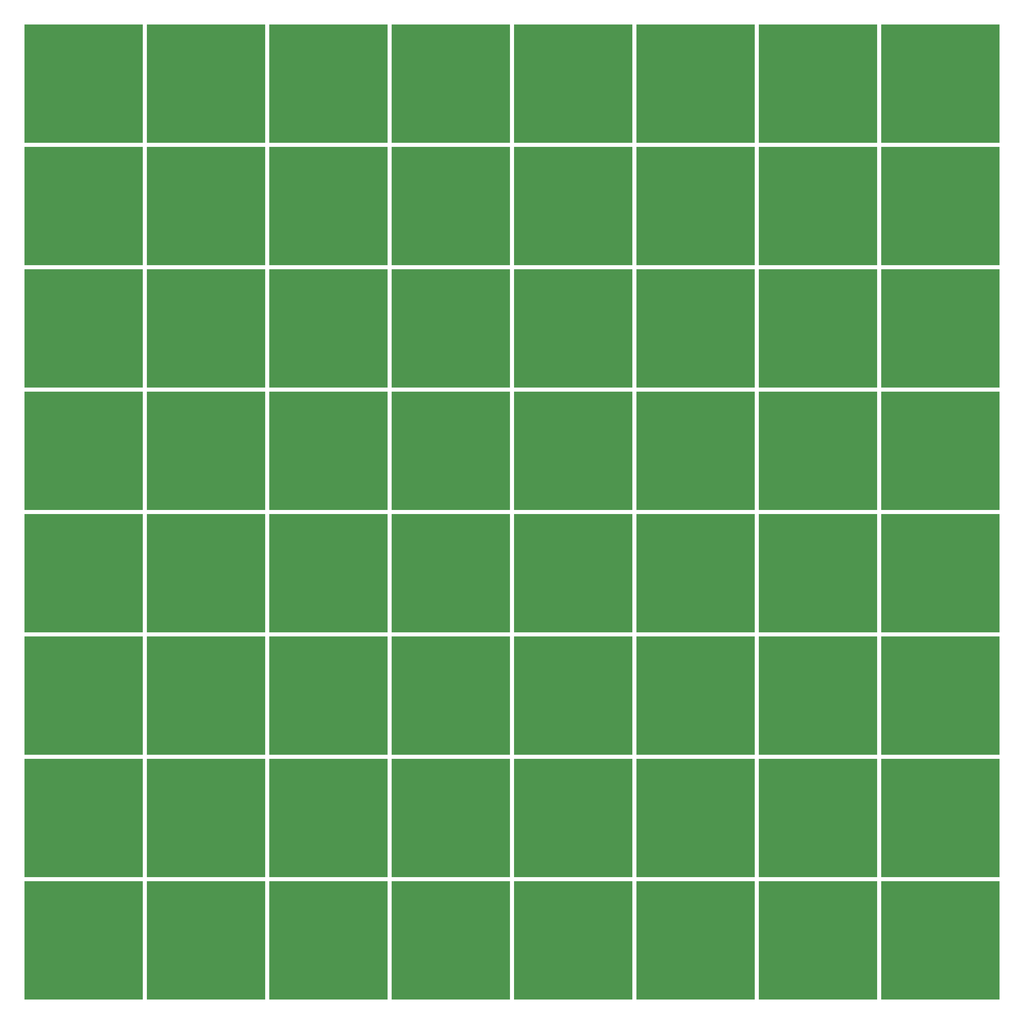
<source format=gbr>
%TF.GenerationSoftware,KiCad,Pcbnew,7.0.2*%
%TF.CreationDate,2023-05-22T19:29:03+02:00*%
%TF.ProjectId,Board1_Pad_PogoPin,426f6172-6431-45f5-9061-645f506f676f,rev?*%
%TF.SameCoordinates,Original*%
%TF.FileFunction,Copper,L1,Top*%
%TF.FilePolarity,Positive*%
%FSLAX46Y46*%
G04 Gerber Fmt 4.6, Leading zero omitted, Abs format (unit mm)*
G04 Created by KiCad (PCBNEW 7.0.2) date 2023-05-22 19:29:03*
%MOMM*%
%LPD*%
G01*
G04 APERTURE LIST*
%TA.AperFunction,ConnectorPad*%
%ADD10R,24.638000X24.638000*%
%TD*%
%TA.AperFunction,ComponentPad*%
%ADD11C,0.850000*%
%TD*%
G04 APERTURE END LIST*
D10*
%TO.P,U45,1,out*%
%TO.N,/f5*%
X321751479Y-240516100D03*
%TD*%
%TO.P,U33,1,out*%
%TO.N,/e1*%
X296351479Y-138916100D03*
%TD*%
%TO.P,U43,1,out*%
%TO.N,/f3*%
X321751479Y-189716100D03*
%TD*%
%TO.P,U18,1,out*%
%TO.N,/c2*%
X245551479Y-164316100D03*
%TD*%
%TO.P,U32,1,out*%
%TO.N,/d8*%
X270951479Y-316716100D03*
%TD*%
%TO.P,U52,1,out*%
%TO.N,/g4*%
X347151479Y-215116100D03*
%TD*%
%TO.P,U37,1,out*%
%TO.N,/e5*%
X296351479Y-240516100D03*
%TD*%
%TO.P,U57,1,out*%
%TO.N,/h1*%
X372551479Y-138916100D03*
%TD*%
%TO.P,U2,1,out*%
%TO.N,/a2*%
X194751479Y-164316100D03*
%TD*%
%TO.P,U26,1,out*%
%TO.N,/d2*%
X270951479Y-164316100D03*
%TD*%
%TO.P,U5,1,out*%
%TO.N,/a5*%
X194751479Y-240516100D03*
%TD*%
%TO.P,U56,1,out*%
%TO.N,/g8*%
X347151479Y-316716100D03*
%TD*%
%TO.P,U58,1,out*%
%TO.N,/h2*%
X372551479Y-164316100D03*
%TD*%
%TO.P,U23,1,out*%
%TO.N,/c7*%
X245551479Y-291316100D03*
%TD*%
%TO.P,U35,1,out*%
%TO.N,/e3*%
X296351479Y-189716100D03*
%TD*%
%TO.P,U21,1,out*%
%TO.N,/c5*%
X245551479Y-240516100D03*
%TD*%
%TO.P,U27,1,out*%
%TO.N,/d3*%
X270951479Y-189716100D03*
%TD*%
%TO.P,U48,1,out*%
%TO.N,/f8*%
X321751479Y-316716100D03*
%TD*%
%TO.P,U38,1,out*%
%TO.N,/e6*%
X296351479Y-265916100D03*
%TD*%
%TO.P,U15,1,out*%
%TO.N,/b7*%
X220151479Y-291316100D03*
%TD*%
%TO.P,U44,1,out*%
%TO.N,/f4*%
X321751479Y-215116100D03*
%TD*%
%TO.P,U25,1,out*%
%TO.N,/d1*%
X270951479Y-138916100D03*
%TD*%
%TO.P,U59,1,out*%
%TO.N,/h3*%
X372551479Y-189716100D03*
%TD*%
%TO.P,U62,1,out*%
%TO.N,/h6*%
X372551479Y-265916100D03*
%TD*%
%TO.P,U36,1,out*%
%TO.N,/e4*%
X296351479Y-215116100D03*
%TD*%
%TO.P,U49,1,out*%
%TO.N,/g1*%
X347151479Y-138916100D03*
%TD*%
%TO.P,U60,1,out*%
%TO.N,/h4*%
X372551479Y-215116100D03*
%TD*%
%TO.P,U41,1,out*%
%TO.N,/f1*%
X321751479Y-138916100D03*
%TD*%
%TO.P,U4,1,out*%
%TO.N,/a4*%
X194751479Y-215116100D03*
%TD*%
%TO.P,U63,1,out*%
%TO.N,/h7*%
X372551479Y-291316100D03*
%TD*%
%TO.P,U28,1,out*%
%TO.N,/d4*%
X270951479Y-215116100D03*
%TD*%
%TO.P,U12,1,out*%
%TO.N,/b4*%
X220151479Y-215116100D03*
%TD*%
%TO.P,U29,1,out*%
%TO.N,/d5*%
X270951479Y-240516100D03*
%TD*%
%TO.P,U42,1,out*%
%TO.N,/f2*%
X321751479Y-164316100D03*
%TD*%
%TO.P,U24,1,out*%
%TO.N,/c8*%
X245551479Y-316716100D03*
%TD*%
%TO.P,U14,1,out*%
%TO.N,/b6*%
X220151479Y-265916100D03*
%TD*%
%TO.P,U64,1,out*%
%TO.N,/h8*%
X372551479Y-316716100D03*
%TD*%
%TO.P,U31,1,out*%
%TO.N,/d7*%
X270951479Y-291316100D03*
%TD*%
%TO.P,U20,1,out*%
%TO.N,/c4*%
X245551479Y-215116100D03*
%TD*%
%TO.P,U55,1,out*%
%TO.N,/g7*%
X347151479Y-291316100D03*
%TD*%
%TO.P,U9,1,out*%
%TO.N,/b1*%
X220151479Y-138916100D03*
%TD*%
%TO.P,U46,1,out*%
%TO.N,/f6*%
X321751479Y-265916100D03*
%TD*%
%TO.P,U54,1,out*%
%TO.N,/g6*%
X347151479Y-265916100D03*
%TD*%
%TO.P,U1,1,out*%
%TO.N,/a1*%
X194751479Y-138916100D03*
%TD*%
%TO.P,U6,1,out*%
%TO.N,/a6*%
X194751479Y-265916100D03*
%TD*%
%TO.P,U39,1,out*%
%TO.N,/e7*%
X296351479Y-291316100D03*
%TD*%
%TO.P,U11,1,out*%
%TO.N,/b3*%
X220151479Y-189716100D03*
%TD*%
%TO.P,U47,1,out*%
%TO.N,/f7*%
X321751479Y-291316100D03*
%TD*%
%TO.P,U16,1,out*%
%TO.N,/b8*%
X220151479Y-316716100D03*
%TD*%
%TO.P,U30,1,out*%
%TO.N,/d6*%
X270951479Y-265916100D03*
%TD*%
%TO.P,U51,1,out*%
%TO.N,/g3*%
X347151479Y-189716100D03*
%TD*%
%TO.P,U61,1,out*%
%TO.N,/h5*%
X372551479Y-240516100D03*
%TD*%
%TO.P,U50,1,out*%
%TO.N,/g2*%
X347151479Y-164316100D03*
%TD*%
%TO.P,U8,1,out*%
%TO.N,/a8*%
X194751479Y-316716100D03*
%TD*%
%TO.P,U22,1,out*%
%TO.N,/c6*%
X245551479Y-265916100D03*
%TD*%
%TO.P,U3,1,out*%
%TO.N,/a3*%
X194751479Y-189716100D03*
%TD*%
%TO.P,U10,1,out*%
%TO.N,/b2*%
X220151479Y-164316100D03*
%TD*%
%TO.P,U40,1,out*%
%TO.N,/e8*%
X296351479Y-316716100D03*
%TD*%
%TO.P,U13,1,out*%
%TO.N,/b5*%
X220151479Y-240516100D03*
%TD*%
%TO.P,U17,1,out*%
%TO.N,/c1*%
X245551479Y-138916100D03*
%TD*%
%TO.P,U53,1,out*%
%TO.N,/g5*%
X347151479Y-240516100D03*
%TD*%
%TO.P,U7,1,out*%
%TO.N,/a7*%
X194751479Y-291316100D03*
%TD*%
%TO.P,U34,1,out*%
%TO.N,/e2*%
X296351479Y-164316100D03*
%TD*%
%TO.P,U19,1,out*%
%TO.N,/c3*%
X245551479Y-189716100D03*
%TD*%
D11*
%TO.P,J27,1,Pin_1*%
%TO.N,/d3*%
X270951479Y-189716100D03*
%TD*%
%TO.P,J47,1,Pin_1*%
%TO.N,/f7*%
X321751479Y-291316100D03*
%TD*%
%TO.P,J10,1,Pin_1*%
%TO.N,/b2*%
X220151479Y-164316100D03*
%TD*%
%TO.P,J41,1,Pin_1*%
%TO.N,/f1*%
X321751479Y-138916100D03*
%TD*%
%TO.P,J15,1,Pin_1*%
%TO.N,/b7*%
X220151479Y-291316100D03*
%TD*%
%TO.P,J4,1,Pin_1*%
%TO.N,/a4*%
X194751479Y-215116100D03*
%TD*%
%TO.P,J38,1,Pin_1*%
%TO.N,/e6*%
X296351479Y-265916100D03*
%TD*%
%TO.P,J28,1,Pin_1*%
%TO.N,/d4*%
X270951479Y-215116100D03*
%TD*%
%TO.P,J22,1,Pin_1*%
%TO.N,/c6*%
X245551479Y-265916100D03*
%TD*%
%TO.P,J45,1,Pin_1*%
%TO.N,/f5*%
X321751479Y-240516100D03*
%TD*%
%TO.P,J12,1,Pin_1*%
%TO.N,/b4*%
X220151479Y-215116100D03*
%TD*%
%TO.P,J25,1,Pin_1*%
%TO.N,/d1*%
X270951479Y-138916100D03*
%TD*%
%TO.P,J23,1,Pin_1*%
%TO.N,/c7*%
X245551479Y-291316100D03*
%TD*%
%TO.P,J29,1,Pin_1*%
%TO.N,/d5*%
X270951479Y-240516100D03*
%TD*%
%TO.P,J57,1,Pin_1*%
%TO.N,/h1*%
X372551479Y-138916100D03*
%TD*%
%TO.P,J14,1,Pin_1*%
%TO.N,/b6*%
X220151479Y-265916100D03*
%TD*%
%TO.P,J24,1,Pin_1*%
%TO.N,/c8*%
X245551479Y-316716100D03*
%TD*%
%TO.P,J50,1,Pin_1*%
%TO.N,/g2*%
X347151479Y-164316100D03*
%TD*%
%TO.P,J34,1,Pin_1*%
%TO.N,/e2*%
X296351479Y-164316100D03*
%TD*%
%TO.P,J17,1,Pin_1*%
%TO.N,/c1*%
X245551479Y-138916100D03*
%TD*%
%TO.P,J21,1,Pin_1*%
%TO.N,/c5*%
X245551479Y-240516100D03*
%TD*%
%TO.P,J36,1,Pin_1*%
%TO.N,/e4*%
X296351479Y-215116100D03*
%TD*%
%TO.P,J7,1,Pin_1*%
%TO.N,/a7*%
X194751479Y-291316100D03*
%TD*%
%TO.P,J39,1,Pin_1*%
%TO.N,/e7*%
X296351479Y-291316100D03*
%TD*%
%TO.P,J6,1,Pin_1*%
%TO.N,/a6*%
X194751479Y-265916100D03*
%TD*%
%TO.P,J63,1,Pin_1*%
%TO.N,/h7*%
X372551479Y-291316100D03*
%TD*%
%TO.P,J53,1,Pin_1*%
%TO.N,/g5*%
X347151479Y-240516100D03*
%TD*%
%TO.P,J13,1,Pin_1*%
%TO.N,/b5*%
X220151479Y-240516100D03*
%TD*%
%TO.P,J61,1,Pin_1*%
%TO.N,/h5*%
X372551479Y-240516100D03*
%TD*%
%TO.P,J32,1,Pin_1*%
%TO.N,/d8*%
X270951479Y-316716100D03*
%TD*%
%TO.P,J54,1,Pin_1*%
%TO.N,/g6*%
X347151479Y-265916100D03*
%TD*%
%TO.P,J11,1,Pin_1*%
%TO.N,/b3*%
X220151479Y-189716100D03*
%TD*%
%TO.P,J30,1,Pin_1*%
%TO.N,/d6*%
X270951479Y-265916100D03*
%TD*%
%TO.P,J51,1,Pin_1*%
%TO.N,/g3*%
X347151479Y-189716100D03*
%TD*%
%TO.P,J5,1,Pin_1*%
%TO.N,/a5*%
X194751479Y-240516100D03*
%TD*%
%TO.P,J60,1,Pin_1*%
%TO.N,/h4*%
X372551479Y-215116100D03*
%TD*%
%TO.P,J1,1,Pin_1*%
%TO.N,/a1*%
X194751479Y-138916100D03*
%TD*%
%TO.P,J59,1,Pin_1*%
%TO.N,/h3*%
X372551479Y-189716100D03*
%TD*%
%TO.P,J56,1,Pin_1*%
%TO.N,/g8*%
X347151479Y-316716100D03*
%TD*%
%TO.P,J31,1,Pin_1*%
%TO.N,/d7*%
X270951479Y-291316100D03*
%TD*%
%TO.P,J52,1,Pin_1*%
%TO.N,/g4*%
X347151479Y-215116100D03*
%TD*%
%TO.P,J20,1,Pin_1*%
%TO.N,/c4*%
X245551479Y-215116100D03*
%TD*%
%TO.P,J37,1,Pin_1*%
%TO.N,/e5*%
X296351479Y-240516100D03*
%TD*%
%TO.P,J40,1,Pin_1*%
%TO.N,/e8*%
X296351479Y-316716100D03*
%TD*%
%TO.P,J42,1,Pin_1*%
%TO.N,/f2*%
X321751479Y-164316100D03*
%TD*%
%TO.P,J33,1,Pin_1*%
%TO.N,/e1*%
X296351479Y-138916100D03*
%TD*%
%TO.P,J35,1,Pin_1*%
%TO.N,/e3*%
X296351479Y-189716100D03*
%TD*%
%TO.P,J2,1,Pin_1*%
%TO.N,/a2*%
X194751479Y-164316100D03*
%TD*%
%TO.P,J46,1,Pin_1*%
%TO.N,/f6*%
X321751479Y-265916100D03*
%TD*%
%TO.P,J55,1,Pin_1*%
%TO.N,/g7*%
X347151479Y-291316100D03*
%TD*%
%TO.P,J62,1,Pin_1*%
%TO.N,/h6*%
X372551479Y-265916100D03*
%TD*%
%TO.P,J18,1,Pin_1*%
%TO.N,/c2*%
X245551479Y-164316100D03*
%TD*%
%TO.P,J64,1,Pin_1*%
%TO.N,/h8*%
X372551479Y-316716100D03*
%TD*%
%TO.P,J19,1,Pin_1*%
%TO.N,/c3*%
X245551479Y-189716100D03*
%TD*%
%TO.P,J8,1,Pin_1*%
%TO.N,/a8*%
X194751479Y-316716100D03*
%TD*%
%TO.P,J48,1,Pin_1*%
%TO.N,/f8*%
X321751479Y-316716100D03*
%TD*%
%TO.P,J9,1,Pin_1*%
%TO.N,/b1*%
X220151479Y-138916100D03*
%TD*%
%TO.P,J43,1,Pin_1*%
%TO.N,/f3*%
X321751479Y-189716100D03*
%TD*%
%TO.P,J58,1,Pin_1*%
%TO.N,/h2*%
X372551479Y-164316100D03*
%TD*%
%TO.P,J3,1,Pin_1*%
%TO.N,/a3*%
X194751479Y-189716100D03*
%TD*%
%TO.P,J44,1,Pin_1*%
%TO.N,/f4*%
X321751479Y-215116100D03*
%TD*%
%TO.P,J16,1,Pin_1*%
%TO.N,/b8*%
X220151479Y-316716100D03*
%TD*%
%TO.P,J49,1,Pin_1*%
%TO.N,/g1*%
X347151479Y-138916100D03*
%TD*%
%TO.P,J26,1,Pin_1*%
%TO.N,/d2*%
X270951479Y-164316100D03*
%TD*%
M02*

</source>
